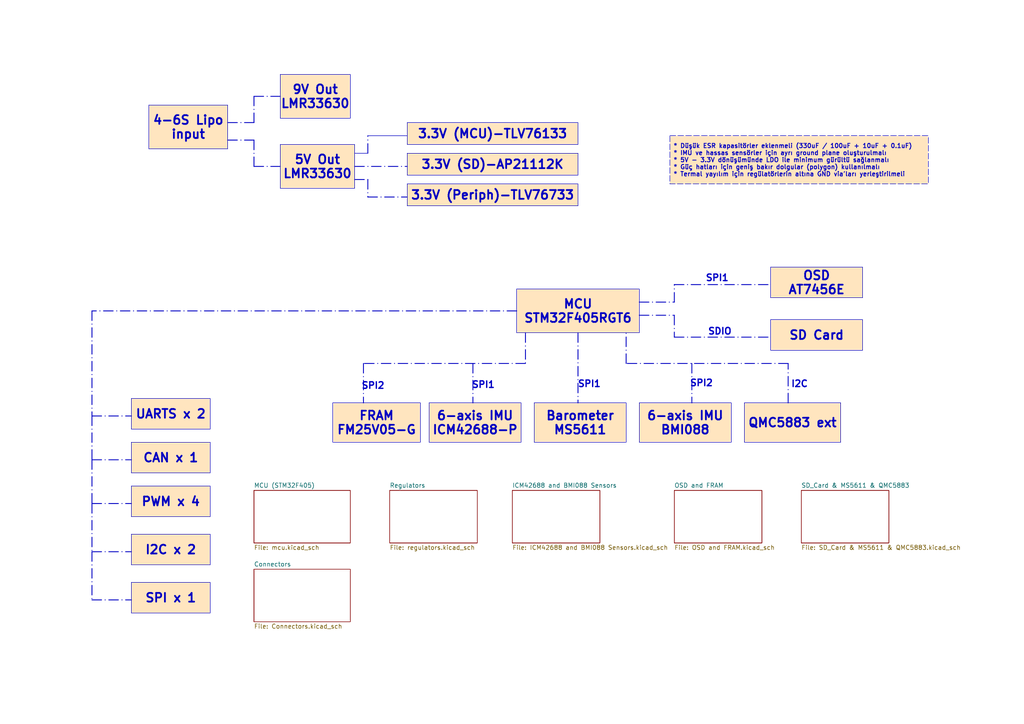
<source format=kicad_sch>
(kicad_sch
	(version 20250114)
	(generator "eeschema")
	(generator_version "9.0")
	(uuid "2ec1c5fa-7794-4a59-90c0-8dad06c5217e")
	(paper "A4")
	(lib_symbols)
	(text "SDIO\n"
		(exclude_from_sim no)
		(at 208.788 96.266 0)
		(effects
			(font
				(size 1.905 1.905)
				(thickness 0.381)
				(bold yes)
			)
		)
		(uuid "265f9731-af91-45a5-a1af-44103133cc46")
	)
	(text "SPI1\n"
		(exclude_from_sim no)
		(at 140.208 111.76 0)
		(effects
			(font
				(size 1.905 1.905)
				(thickness 0.381)
				(bold yes)
			)
		)
		(uuid "3247ff7b-74f8-459c-89db-0d08312639ae")
	)
	(text "SPI1"
		(exclude_from_sim no)
		(at 208.026 80.772 0)
		(effects
			(font
				(size 1.905 1.905)
				(thickness 0.381)
				(bold yes)
			)
		)
		(uuid "8d12b25e-b2aa-4fb4-ba51-7a2ab8c7bec0")
	)
	(text "I2C\n"
		(exclude_from_sim no)
		(at 231.902 111.506 0)
		(effects
			(font
				(size 1.905 1.905)
				(thickness 0.381)
				(bold yes)
			)
		)
		(uuid "a534c5ba-cf22-403f-a3c7-c93cc5ba868e")
	)
	(text "SPI1"
		(exclude_from_sim no)
		(at 170.942 111.506 0)
		(effects
			(font
				(size 1.905 1.905)
				(thickness 0.381)
				(bold yes)
			)
		)
		(uuid "d16804ae-345d-4688-9d77-9919b4386db4")
	)
	(text "SPI2"
		(exclude_from_sim no)
		(at 108.204 112.014 0)
		(effects
			(font
				(size 1.905 1.905)
				(thickness 0.381)
				(bold yes)
			)
		)
		(uuid "e089dcec-16de-486e-8cf5-398056e62d48")
	)
	(text "SPI2"
		(exclude_from_sim no)
		(at 203.454 111.252 0)
		(effects
			(font
				(size 1.905 1.905)
				(thickness 0.381)
				(bold yes)
			)
		)
		(uuid "f3fc51e9-1fd0-4aee-af02-27370774f932")
	)
	(text_box "QMC5883 ext\n"
		(exclude_from_sim no)
		(at 215.9 116.84 0)
		(size 27.94 11.43)
		(margins 0.9525 0.9525 0.9525 0.9525)
		(stroke
			(width 0)
			(type solid)
		)
		(fill
			(type color)
			(color 255 229 191 1)
		)
		(effects
			(font
				(size 2.54 2.54)
				(thickness 0.508)
				(bold yes)
			)
		)
		(uuid "335939c5-7d12-4062-a500-90f17f6dcc9d")
	)
	(text_box "6-axis IMU\nBMI088\n"
		(exclude_from_sim no)
		(at 185.42 116.84 0)
		(size 26.67 11.43)
		(margins 0.9525 0.9525 0.9525 0.9525)
		(stroke
			(width 0)
			(type solid)
		)
		(fill
			(type color)
			(color 255 229 191 1)
		)
		(effects
			(font
				(size 2.54 2.54)
				(thickness 0.508)
				(bold yes)
			)
		)
		(uuid "38fbe717-f549-4478-9efe-e5967080f2ba")
	)
	(text_box "I2C x 2\n"
		(exclude_from_sim no)
		(at 38.1 154.94 0)
		(size 22.86 8.89)
		(margins 0.9525 0.9525 0.9525 0.9525)
		(stroke
			(width 0)
			(type solid)
		)
		(fill
			(type color)
			(color 255 229 191 1)
		)
		(effects
			(font
				(size 2.54 2.54)
				(thickness 0.508)
				(bold yes)
			)
		)
		(uuid "3cbd7c7c-752c-4093-bad5-e88f99ab3918")
	)
	(text_box "FRAM\nFM25V05-G\n"
		(exclude_from_sim no)
		(at 96.52 116.84 0)
		(size 25.4 11.43)
		(margins 0.9525 0.9525 0.9525 0.9525)
		(stroke
			(width 0)
			(type solid)
		)
		(fill
			(type color)
			(color 255 229 191 1)
		)
		(effects
			(font
				(size 2.54 2.54)
				(thickness 0.508)
				(bold yes)
			)
		)
		(uuid "417ddcdb-76bb-465f-9b73-142d837354d8")
	)
	(text_box "SD Card\n"
		(exclude_from_sim no)
		(at 223.52 92.71 0)
		(size 26.67 8.89)
		(margins 0.9525 0.9525 0.9525 0.9525)
		(stroke
			(width 0)
			(type solid)
		)
		(fill
			(type color)
			(color 255 229 191 1)
		)
		(effects
			(font
				(size 2.54 2.54)
				(thickness 0.508)
				(bold yes)
			)
		)
		(uuid "4ee4f5bc-4f9d-49d2-a7ad-ef6f2c02e73f")
	)
	(text_box "3.3V (MCU)-TLV76133\n"
		(exclude_from_sim no)
		(at 118.11 35.56 0)
		(size 49.53 6.35)
		(margins 0.9525 0.9525 0.9525 0.9525)
		(stroke
			(width 0)
			(type solid)
		)
		(fill
			(type color)
			(color 255 229 191 1)
		)
		(effects
			(font
				(size 2.54 2.54)
				(thickness 0.508)
				(bold yes)
			)
		)
		(uuid "680e60b0-9176-4e8c-8ffa-804def717cff")
	)
	(text_box "6-axis IMU\nICM42688-P\n\n"
		(exclude_from_sim no)
		(at 124.46 116.84 0)
		(size 26.67 11.43)
		(margins 0.9525 0.9525 0.9525 0.9525)
		(stroke
			(width 0)
			(type solid)
		)
		(fill
			(type color)
			(color 255 229 191 1)
		)
		(effects
			(font
				(size 2.54 2.54)
				(thickness 0.508)
				(bold yes)
			)
		)
		(uuid "70703e5b-3689-414b-8475-4b71acffcb85")
	)
	(text_box "Barometer\nMS5611\n"
		(exclude_from_sim no)
		(at 154.94 116.84 0)
		(size 26.67 11.43)
		(margins 0.9525 0.9525 0.9525 0.9525)
		(stroke
			(width 0)
			(type solid)
		)
		(fill
			(type color)
			(color 255 229 191 1)
		)
		(effects
			(font
				(size 2.54 2.54)
				(thickness 0.508)
				(bold yes)
			)
		)
		(uuid "7865203a-2fb4-4765-8128-0bb61d798e0a")
	)
	(text_box "3.3V (Periph)-TLV76733\n"
		(exclude_from_sim no)
		(at 118.11 53.34 0)
		(size 49.53 6.35)
		(margins 0.9525 0.9525 0.9525 0.9525)
		(stroke
			(width 0)
			(type solid)
		)
		(fill
			(type color)
			(color 255 229 191 1)
		)
		(effects
			(font
				(size 2.54 2.54)
				(thickness 0.508)
				(bold yes)
			)
		)
		(uuid "87466382-0a99-4c04-9399-266965138a3c")
	)
	(text_box "4-6S Lipo input\n"
		(exclude_from_sim no)
		(at 43.18 30.48 0)
		(size 22.86 12.7)
		(margins 0.9525 0.9525 0.9525 0.9525)
		(stroke
			(width 0)
			(type solid)
		)
		(fill
			(type color)
			(color 255 229 191 1)
		)
		(effects
			(font
				(size 2.54 2.54)
				(thickness 0.508)
				(bold yes)
			)
		)
		(uuid "90fdf5c8-9f90-4805-ae91-da17e3737bec")
	)
	(text_box "5V Out\nLMR33630\n"
		(exclude_from_sim no)
		(at 81.28 41.91 0)
		(size 21.59 12.7)
		(margins 0.9525 0.9525 0.9525 0.9525)
		(stroke
			(width 0)
			(type solid)
		)
		(fill
			(type color)
			(color 255 229 191 1)
		)
		(effects
			(font
				(size 2.54 2.54)
				(thickness 0.508)
				(bold yes)
			)
		)
		(uuid "ad78fc09-b148-44f7-8e76-c82b5aa9da81")
	)
	(text_box "SPI x 1\n"
		(exclude_from_sim no)
		(at 38.1 168.91 0)
		(size 22.86 8.89)
		(margins 0.9525 0.9525 0.9525 0.9525)
		(stroke
			(width 0)
			(type solid)
		)
		(fill
			(type color)
			(color 255 229 191 1)
		)
		(effects
			(font
				(size 2.54 2.54)
				(thickness 0.508)
				(bold yes)
			)
		)
		(uuid "bde315ed-9d38-4bc0-aa63-0ebad96cb2c2")
	)
	(text_box "MCU\nSTM32F405RGT6\n"
		(exclude_from_sim no)
		(at 149.86 83.82 0)
		(size 35.56 12.7)
		(margins 0.9525 0.9525 0.9525 0.9525)
		(stroke
			(width 0)
			(type solid)
		)
		(fill
			(type color)
			(color 255 229 191 1)
		)
		(effects
			(font
				(size 2.54 2.54)
				(thickness 0.508)
				(bold yes)
			)
		)
		(uuid "c204d85b-1e59-4c1a-954d-fbcb8d09d98c")
	)
	(text_box "PWM x 4\n"
		(exclude_from_sim no)
		(at 38.1 140.97 0)
		(size 22.86 8.89)
		(margins 0.9525 0.9525 0.9525 0.9525)
		(stroke
			(width 0)
			(type solid)
		)
		(fill
			(type color)
			(color 255 229 191 1)
		)
		(effects
			(font
				(size 2.54 2.54)
				(thickness 0.508)
				(bold yes)
			)
		)
		(uuid "c24b8b4e-1b85-460e-8635-e0e8834971d2")
	)
	(text_box "UARTS x 2\n"
		(exclude_from_sim no)
		(at 38.1 115.57 0)
		(size 22.86 8.89)
		(margins 0.9525 0.9525 0.9525 0.9525)
		(stroke
			(width 0)
			(type solid)
		)
		(fill
			(type color)
			(color 255 229 191 1)
		)
		(effects
			(font
				(size 2.54 2.54)
				(thickness 0.508)
				(bold yes)
			)
		)
		(uuid "c8abc9e8-255c-4041-a351-cb85da5ca018")
	)
	(text_box "9V Out\nLMR33630\n"
		(exclude_from_sim no)
		(at 81.28 21.59 0)
		(size 20.32 12.7)
		(margins 0.9525 0.9525 0.9525 0.9525)
		(stroke
			(width 0)
			(type solid)
		)
		(fill
			(type color)
			(color 255 229 191 1)
		)
		(effects
			(font
				(size 2.54 2.54)
				(thickness 0.508)
				(bold yes)
			)
		)
		(uuid "d352205c-a74d-476e-bbde-125403028b2c")
	)
	(text_box "OSD\nAT7456E\n"
		(exclude_from_sim no)
		(at 223.52 77.47 0)
		(size 26.67 8.89)
		(margins 0.9525 0.9525 0.9525 0.9525)
		(stroke
			(width 0)
			(type solid)
		)
		(fill
			(type color)
			(color 255 229 191 1)
		)
		(effects
			(font
				(size 2.54 2.54)
				(thickness 0.508)
				(bold yes)
			)
		)
		(uuid "ded6e0af-3138-409b-9ed9-cca697a4d679")
	)
	(text_box "3.3V (SD)-AP21112K\n"
		(exclude_from_sim no)
		(at 118.11 44.45 0)
		(size 49.53 6.35)
		(margins 0.9525 0.9525 0.9525 0.9525)
		(stroke
			(width 0)
			(type solid)
		)
		(fill
			(type color)
			(color 255 229 191 1)
		)
		(effects
			(font
				(size 2.54 2.54)
				(thickness 0.508)
				(bold yes)
			)
		)
		(uuid "e162e62a-2a15-48ac-a47c-ed044dbfdca7")
	)
	(text_box "CAN x 1\n"
		(exclude_from_sim no)
		(at 38.1 128.27 0)
		(size 22.86 8.89)
		(margins 0.9525 0.9525 0.9525 0.9525)
		(stroke
			(width 0)
			(type solid)
		)
		(fill
			(type color)
			(color 255 229 191 1)
		)
		(effects
			(font
				(size 2.54 2.54)
				(thickness 0.508)
				(bold yes)
			)
		)
		(uuid "fd1308b8-54cc-4399-a568-b74a4bee8cbc")
	)
	(text_box "* Düşük ESR kapasitörler eklenmeli (330uF / 100uF + 10uF + 0.1uF)\n* IMU ve hassas sensörler için ayrı ground plane oluşturulmalı\n* 5V - 3.3V dönüşümünde LDO ile minimum gürültü sağlanmalı\n* Güç hatları için geniş bakır dolgular (polygon) kullanılmalı\n* Termal yayılım için regülatörlerin altına GND via'ları yerleştirilmeli"
		(exclude_from_sim no)
		(at 194.31 39.37 0)
		(size 74.93 13.97)
		(margins 0.9525 0.9525 0.9525 0.9525)
		(stroke
			(width 0)
			(type dash)
		)
		(fill
			(type color)
			(color 255 229 191 1)
		)
		(effects
			(font
				(size 1.27 1.27)
				(thickness 0.2381)
			)
			(justify left)
		)
		(uuid "ffc970d1-ef94-41e0-9ea1-6e1e40357436")
	)
	(polyline
		(pts
			(xy 73.66 35.56) (xy 73.66 27.94)
		)
		(stroke
			(width 0.254)
			(type dash_dot)
		)
		(uuid "02bc3613-ca2b-405a-8efb-faca434323a7")
	)
	(polyline
		(pts
			(xy 26.67 146.05) (xy 26.67 160.02)
		)
		(stroke
			(width 0.254)
			(type dash_dot)
		)
		(uuid "0e4728b1-72a6-4f62-a139-deb32e3d477b")
	)
	(polyline
		(pts
			(xy 137.16 105.41) (xy 137.16 116.84)
		)
		(stroke
			(width 0.254)
			(type dash_dot)
		)
		(uuid "15a4299c-0fa0-470f-862b-4035e4df1bdd")
	)
	(polyline
		(pts
			(xy 73.66 27.94) (xy 81.28 27.94)
		)
		(stroke
			(width 0.254)
			(type dash_dot)
		)
		(uuid "1b99ed0c-b9ea-4ea4-81ee-2d3debe118a1")
	)
	(polyline
		(pts
			(xy 102.87 44.45) (xy 106.68 44.45)
		)
		(stroke
			(width 0)
			(type default)
		)
		(uuid "1c990c72-7e20-498f-8e09-cf48277562f2")
	)
	(polyline
		(pts
			(xy 66.04 40.64) (xy 73.66 40.64)
		)
		(stroke
			(width 0.254)
			(type dash_dot)
		)
		(uuid "249a24a3-30ae-461e-a7cb-ed8e0143bc74")
	)
	(polyline
		(pts
			(xy 149.86 90.17) (xy 26.67 90.17)
		)
		(stroke
			(width 0.254)
			(type dash_dot)
		)
		(uuid "2b293f86-0f69-469a-8e32-eb571d6e9550")
	)
	(polyline
		(pts
			(xy 105.41 105.41) (xy 105.41 116.84)
		)
		(stroke
			(width 0.254)
			(type dash_dot)
		)
		(uuid "2ee1e8d4-53ca-4ee4-a3fe-eb80ddd0d982")
	)
	(polyline
		(pts
			(xy 26.67 146.05) (xy 38.1 146.05)
		)
		(stroke
			(width 0.254)
			(type dash_dot)
		)
		(uuid "308dc088-78af-4c46-9b5c-e2cb2e1154c1")
	)
	(polyline
		(pts
			(xy 73.66 40.64) (xy 73.66 48.26)
		)
		(stroke
			(width 0.254)
			(type dash_dot)
		)
		(uuid "32e4e820-8028-42fc-8ce0-7bdbc0afb26f")
	)
	(polyline
		(pts
			(xy 185.42 91.44) (xy 195.58 91.44)
		)
		(stroke
			(width 0.254)
			(type dash_dot)
		)
		(uuid "3bb6b3ce-1082-4c00-8f56-18748737a0b8")
	)
	(polyline
		(pts
			(xy 185.42 87.63) (xy 195.58 87.63)
		)
		(stroke
			(width 0.254)
			(type dash_dot)
		)
		(uuid "4092c68a-bf28-462b-aad5-9550608199c1")
	)
	(polyline
		(pts
			(xy 26.67 160.02) (xy 38.1 160.02)
		)
		(stroke
			(width 0.254)
			(type dash_dot)
		)
		(uuid "58dd88c1-8aa4-4da1-b790-9993611dfb00")
	)
	(polyline
		(pts
			(xy 102.87 52.07) (xy 106.68 52.07)
		)
		(stroke
			(width 0.254)
			(type dash_dot)
		)
		(uuid "6cfb0483-721a-448b-aa1f-d90dab60d8bd")
	)
	(polyline
		(pts
			(xy 195.58 82.55) (xy 223.52 82.55)
		)
		(stroke
			(width 0.254)
			(type dash_dot)
		)
		(uuid "731edf97-8156-4cdd-a437-bf690ef9641d")
	)
	(polyline
		(pts
			(xy 195.58 91.44) (xy 195.58 97.79)
		)
		(stroke
			(width 0.254)
			(type dash_dot)
		)
		(uuid "73cef19b-e98e-4701-9629-abbc96fa7f2c")
	)
	(polyline
		(pts
			(xy 106.68 44.45) (xy 106.68 39.37)
		)
		(stroke
			(width 0.254)
			(type dash_dot)
		)
		(uuid "77cb2fec-97ee-4ff9-a5e4-a62f3498d214")
	)
	(polyline
		(pts
			(xy 195.58 87.63) (xy 195.58 82.55)
		)
		(stroke
			(width 0.254)
			(type dash_dot)
		)
		(uuid "7e806a33-bce9-489b-96bc-457bdf368af5")
	)
	(polyline
		(pts
			(xy 106.68 57.15) (xy 118.11 57.15)
		)
		(stroke
			(width 0.254)
			(type dash_dot)
		)
		(uuid "8360ba74-7c12-4c6a-92a9-c99dada7da98")
	)
	(polyline
		(pts
			(xy 152.4 96.52) (xy 152.4 105.41)
		)
		(stroke
			(width 0.254)
			(type dash_dot)
		)
		(uuid "8537d77b-8c7d-4ad6-a136-77d939068267")
	)
	(polyline
		(pts
			(xy 195.58 97.79) (xy 223.52 97.79)
		)
		(stroke
			(width 0.254)
			(type dash_dot)
		)
		(uuid "88ae1467-718c-42df-aea1-5df3ea3e4504")
	)
	(polyline
		(pts
			(xy 66.04 35.56) (xy 73.66 35.56)
		)
		(stroke
			(width 0.254)
			(type dash_dot)
		)
		(uuid "8c38ea52-b4af-4f27-9bae-b8da4f64ad35")
	)
	(polyline
		(pts
			(xy 26.67 133.35) (xy 26.67 146.05)
		)
		(stroke
			(width 0.254)
			(type dash_dot)
		)
		(uuid "9921c00a-0953-4205-a4fd-f59fce0c35bc")
	)
	(polyline
		(pts
			(xy 228.6 116.84) (xy 228.6 105.41)
		)
		(stroke
			(width 0.254)
			(type dash_dot)
		)
		(uuid "9ae96527-2d19-4a64-bbab-5b9778d64302")
	)
	(polyline
		(pts
			(xy 26.67 133.35) (xy 38.1 133.35)
		)
		(stroke
			(width 0.254)
			(type dash_dot)
		)
		(uuid "9bfe65fc-d8fd-41f1-ab65-ed60078043b5")
	)
	(polyline
		(pts
			(xy 106.68 52.07) (xy 106.68 57.15)
		)
		(stroke
			(width 0.254)
			(type dash_dot)
		)
		(uuid "a3c53413-4909-4e79-9848-5a69638ea4a9")
	)
	(polyline
		(pts
			(xy 152.4 105.41) (xy 105.41 105.41)
		)
		(stroke
			(width 0.254)
			(type dash_dot)
		)
		(uuid "aa32f5c9-23b4-4ca4-8fd0-ed416e729e3f")
	)
	(polyline
		(pts
			(xy 228.6 105.41) (xy 181.61 105.41)
		)
		(stroke
			(width 0.254)
			(type dash_dot)
		)
		(uuid "abc58f9e-0567-400b-9813-b0ab853c671a")
	)
	(polyline
		(pts
			(xy 106.68 39.37) (xy 118.11 39.37)
		)
		(stroke
			(width 0)
			(type default)
		)
		(uuid "ac17c0ef-ea41-41c0-9c90-16282da9ccc2")
	)
	(polyline
		(pts
			(xy 26.67 173.99) (xy 38.1 173.99)
		)
		(stroke
			(width 0.254)
			(type dash_dot)
		)
		(uuid "c72df758-be76-4f20-aeee-1e2b5dbc2e2c")
	)
	(polyline
		(pts
			(xy 200.66 105.41) (xy 200.66 116.84)
		)
		(stroke
			(width 0.254)
			(type dash_dot)
		)
		(uuid "d96e300a-6ce1-4d1e-90a2-a5f512357850")
	)
	(polyline
		(pts
			(xy 26.67 90.17) (xy 26.67 120.65)
		)
		(stroke
			(width 0.254)
			(type dash_dot)
		)
		(uuid "ddec94bd-ac10-4c6c-99b6-6de3011e7a0f")
	)
	(polyline
		(pts
			(xy 26.67 120.65) (xy 26.67 133.35)
		)
		(stroke
			(width 0.254)
			(type dash_dot)
		)
		(uuid "e0aeb186-1db3-47e9-98a2-feb0d47782b5")
	)
	(polyline
		(pts
			(xy 102.87 48.26) (xy 118.11 48.26)
		)
		(stroke
			(width 0.254)
			(type dash_dot)
		)
		(uuid "e92fd874-1d65-4f76-9234-e490cfc2716c")
	)
	(polyline
		(pts
			(xy 26.67 120.65) (xy 38.1 120.65)
		)
		(stroke
			(width 0.254)
			(type dash_dot)
		)
		(uuid "ea8e1798-d008-43ce-a29d-533bb194df1b")
	)
	(polyline
		(pts
			(xy 181.61 105.41) (xy 181.61 96.52)
		)
		(stroke
			(width 0.254)
			(type dash_dot)
		)
		(uuid "ed1a7360-6a86-472d-8d92-fe239d3ea3b3")
	)
	(polyline
		(pts
			(xy 167.64 96.52) (xy 167.64 116.84)
		)
		(stroke
			(width 0.254)
			(type dash_dot)
		)
		(uuid "f3fc32e9-1c19-435c-9842-302ff802460f")
	)
	(polyline
		(pts
			(xy 73.66 48.26) (xy 81.28 48.26)
		)
		(stroke
			(width 0.254)
			(type dash_dot)
		)
		(uuid "f536696c-60d8-4474-9989-fac234b0a463")
	)
	(polyline
		(pts
			(xy 26.67 160.02) (xy 26.67 173.99)
		)
		(stroke
			(width 0.254)
			(type dash_dot)
		)
		(uuid "f65d27ae-c216-4984-8022-4a3a3b636148")
	)
	(sheet
		(at 232.41 142.24)
		(size 25.4 15.24)
		(exclude_from_sim no)
		(in_bom yes)
		(on_board yes)
		(dnp no)
		(fields_autoplaced yes)
		(stroke
			(width 0.1524)
			(type solid)
		)
		(fill
			(color 0 0 0 0.0000)
		)
		(uuid "18230a00-6e3c-48c5-bf26-209e90887058")
		(property "Sheetname" "SD_Card & MS5611 & QMC5883"
			(at 232.41 141.5284 0)
			(effects
				(font
					(size 1.27 1.27)
				)
				(justify left bottom)
			)
		)
		(property "Sheetfile" "SD_Card & MS5611 & QMC5883.kicad_sch"
			(at 232.41 158.0646 0)
			(effects
				(font
					(size 1.27 1.27)
				)
				(justify left top)
			)
		)
		(instances
			(project "Autopilot DronmarketV2"
				(path "/2ec1c5fa-7794-4a59-90c0-8dad06c5217e"
					(page "7")
				)
			)
		)
	)
	(sheet
		(at 113.03 142.24)
		(size 25.4 15.24)
		(exclude_from_sim no)
		(in_bom yes)
		(on_board yes)
		(dnp no)
		(fields_autoplaced yes)
		(stroke
			(width 0.1524)
			(type solid)
		)
		(fill
			(color 0 0 0 0.0000)
		)
		(uuid "2616fbdf-03bc-41f4-ab39-93d744c2a9c8")
		(property "Sheetname" "Regulators"
			(at 113.03 141.5284 0)
			(effects
				(font
					(size 1.27 1.27)
				)
				(justify left bottom)
			)
		)
		(property "Sheetfile" "regulators.kicad_sch"
			(at 113.03 158.0646 0)
			(effects
				(font
					(size 1.27 1.27)
				)
				(justify left top)
			)
		)
		(instances
			(project "Autopilot DronmarketV2"
				(path "/2ec1c5fa-7794-4a59-90c0-8dad06c5217e"
					(page "6")
				)
			)
		)
	)
	(sheet
		(at 195.58 142.24)
		(size 25.4 15.24)
		(exclude_from_sim no)
		(in_bom yes)
		(on_board yes)
		(dnp no)
		(fields_autoplaced yes)
		(stroke
			(width 0.1524)
			(type solid)
		)
		(fill
			(color 0 0 0 0.0000)
		)
		(uuid "483ea7bb-0d33-4ce5-be52-8c7b2bcae855")
		(property "Sheetname" "OSD and FRAM"
			(at 195.58 141.5284 0)
			(effects
				(font
					(size 1.27 1.27)
				)
				(justify left bottom)
			)
		)
		(property "Sheetfile" "OSD and FRAM.kicad_sch"
			(at 195.58 158.0646 0)
			(effects
				(font
					(size 1.27 1.27)
				)
				(justify left top)
			)
		)
		(instances
			(project "Autopilot DronmarketV2"
				(path "/2ec1c5fa-7794-4a59-90c0-8dad06c5217e"
					(page "5")
				)
			)
		)
	)
	(sheet
		(at 73.66 142.24)
		(size 27.94 15.24)
		(exclude_from_sim no)
		(in_bom yes)
		(on_board yes)
		(dnp no)
		(fields_autoplaced yes)
		(stroke
			(width 0.1524)
			(type solid)
		)
		(fill
			(color 0 0 0 0.0000)
		)
		(uuid "6f8a0adf-1396-4017-b981-f7ef5fd5aba2")
		(property "Sheetname" "MCU (STM32F405)"
			(at 73.66 141.5284 0)
			(effects
				(font
					(size 1.27 1.27)
				)
				(justify left bottom)
			)
		)
		(property "Sheetfile" "mcu.kicad_sch"
			(at 73.66 158.0646 0)
			(effects
				(font
					(size 1.27 1.27)
				)
				(justify left top)
			)
		)
		(instances
			(project "Autopilot DronmarketV2"
				(path "/2ec1c5fa-7794-4a59-90c0-8dad06c5217e"
					(page "4")
				)
			)
		)
	)
	(sheet
		(at 148.59 142.24)
		(size 25.4 15.24)
		(exclude_from_sim no)
		(in_bom yes)
		(on_board yes)
		(dnp no)
		(fields_autoplaced yes)
		(stroke
			(width 0.1524)
			(type solid)
		)
		(fill
			(color 0 0 0 0.0000)
		)
		(uuid "b07a34a9-944b-46cf-a69a-36cda2496c47")
		(property "Sheetname" "ICM42688 and BMI088 Sensors"
			(at 148.59 141.5284 0)
			(effects
				(font
					(size 1.27 1.27)
				)
				(justify left bottom)
			)
		)
		(property "Sheetfile" "ICM42688 and BMI088 Sensors.kicad_sch"
			(at 148.59 158.0646 0)
			(effects
				(font
					(size 1.27 1.27)
				)
				(justify left top)
			)
		)
		(instances
			(project "Autopilot DronmarketV2"
				(path "/2ec1c5fa-7794-4a59-90c0-8dad06c5217e"
					(page "3")
				)
			)
		)
	)
	(sheet
		(at 73.66 165.1)
		(size 27.94 15.24)
		(exclude_from_sim no)
		(in_bom yes)
		(on_board yes)
		(dnp no)
		(fields_autoplaced yes)
		(stroke
			(width 0.1524)
			(type solid)
		)
		(fill
			(color 0 0 0 0.0000)
		)
		(uuid "ea390de0-cbbd-4dc7-851e-4e03e3e26e54")
		(property "Sheetname" "Connectors"
			(at 73.66 164.3884 0)
			(effects
				(font
					(size 1.27 1.27)
				)
				(justify left bottom)
			)
		)
		(property "Sheetfile" "Connectors.kicad_sch"
			(at 73.66 180.9246 0)
			(effects
				(font
					(size 1.27 1.27)
				)
				(justify left top)
			)
		)
		(instances
			(project "Autopilot DronmarketV2"
				(path "/2ec1c5fa-7794-4a59-90c0-8dad06c5217e"
					(page "2")
				)
			)
		)
	)
	(sheet_instances
		(path "/"
			(page "1")
		)
	)
	(embedded_fonts no)
)

</source>
